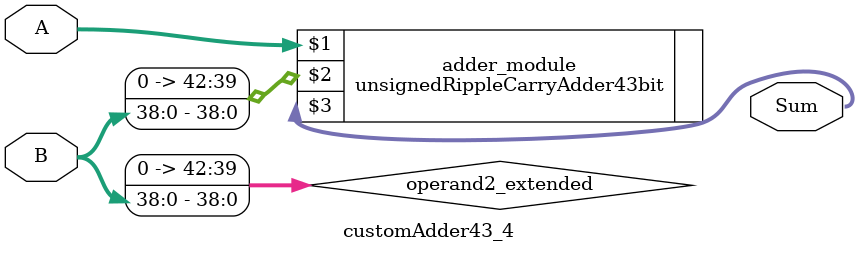
<source format=v>
module customAdder43_4(
                        input [42 : 0] A,
                        input [38 : 0] B,
                        
                        output [43 : 0] Sum
                );

        wire [42 : 0] operand2_extended;
        
        assign operand2_extended =  {4'b0, B};
        
        unsignedRippleCarryAdder43bit adder_module(
            A,
            operand2_extended,
            Sum
        );
        
        endmodule
        
</source>
